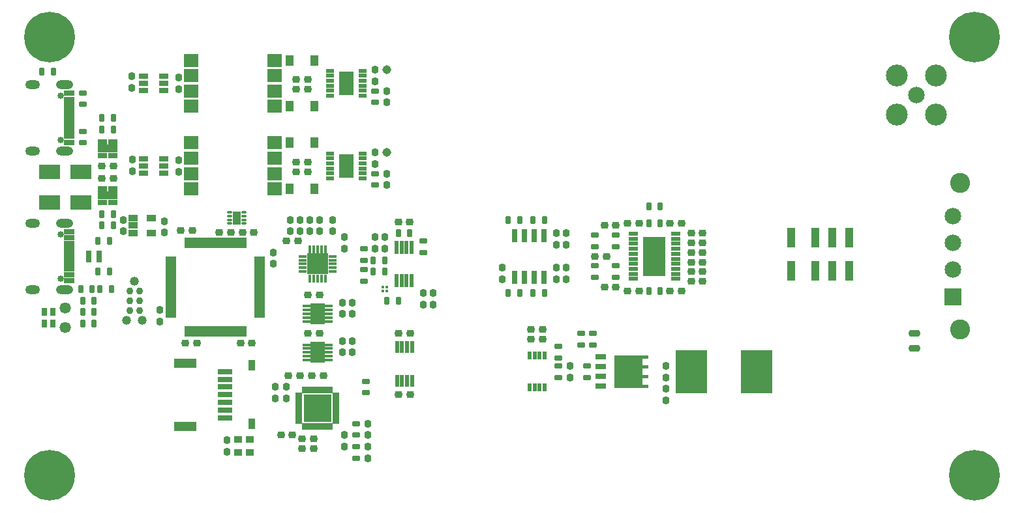
<source format=gbr>
%FSLAX46Y46*%
%MOMM*%
%AMPS69*
21,1,1.040000,1.740000,0.000000,0.000000,180.000000*
%
%ADD69PS69*%
%AMPS35*
1,1,0.390000,0.000000,0.000000*
%
%ADD35PS35*%
%AMPS54*
1,1,2.140000,0.000000,0.000000*
%
%ADD54PS54*%
%AMPS53*
1,1,2.840000,0.000000,0.000000*
%
%ADD53PS53*%
%AMPS87*
1,1,2.140000,0.000000,0.000000*
%
%ADD87PS87*%
%AMPS15*
1,1,6.590000,0.000000,0.000000*
%
%ADD15PS15*%
%AMPS84*
21,1,0.640000,1.390000,0.000000,0.000000,270.000000*
%
%ADD84PS84*%
%AMPS46*
21,1,0.740000,1.840000,0.000000,0.000000,90.000000*
%
%ADD46PS46*%
%AMPS33*
21,1,0.590000,1.590000,0.000000,0.000000,0.000000*
%
%ADD33PS33*%
%AMPS32*
21,1,0.590000,1.590000,0.000000,0.000000,180.000000*
%
%ADD32PS32*%
%AMPS75*
21,1,1.040000,0.740000,0.000000,0.000000,270.000000*
%
%ADD75PS75*%
%AMPS51*
21,1,0.490000,0.840000,0.000000,0.000000,0.000000*
%
%ADD51PS51*%
%AMPS48*
21,1,0.490000,0.840000,0.000000,0.000000,90.000000*
%
%ADD48PS48*%
%AMPS49*
21,1,0.490000,0.840000,0.000000,0.000000,180.000000*
%
%ADD49PS49*%
%AMPS52*
21,1,0.490000,0.840000,0.000000,0.000000,270.000000*
%
%ADD52PS52*%
%AMPS56*
21,1,2.782000,2.782000,0.000000,0.000000,270.000000*
%
%ADD56PS56*%
%AMPS31*
21,1,0.790000,0.990000,0.000000,0.000000,270.000000*
%
%ADD31PS31*%
%AMPS77*
21,1,0.572000,1.664000,0.000000,0.000000,0.000000*
%
%ADD77PS77*%
%AMPS76*
21,1,0.572000,1.664000,0.000000,0.000000,180.000000*
%
%ADD76PS76*%
%AMPS55*
21,1,5.640000,4.140000,0.000000,0.000000,90.000000*
%
%ADD55PS55*%
%AMPS13*
21,1,2.640000,1.940000,0.000000,0.000000,180.000000*
%
%ADD13PS13*%
%AMPS45*
21,1,0.740000,0.790000,0.000000,0.000000,90.000000*
%
%ADD45PS45*%
%AMPS27*
21,1,0.740000,0.790000,0.000000,0.000000,270.000000*
%
%ADD27PS27*%
%AMPS25*
21,1,1.050000,1.360000,0.000000,0.000000,0.000000*
%
%ADD25PS25*%
%AMPS72*
21,1,1.050000,1.360000,0.000000,0.000000,180.000000*
%
%ADD72PS72*%
%AMPS40*
21,1,1.740000,1.840000,0.000000,0.000000,90.000000*
%
%ADD40PS40*%
%AMPS39*
21,1,1.740000,1.840000,0.000000,0.000000,270.000000*
%
%ADD39PS39*%
%AMPS71*
21,1,0.560000,1.029000,0.000000,0.000000,0.000000*
%
%ADD71PS71*%
%AMPS42*
21,1,0.560000,1.029000,0.000000,0.000000,90.000000*
%
%ADD42PS42*%
%AMPS70*
21,1,0.560000,1.029000,0.000000,0.000000,180.000000*
%
%ADD70PS70*%
%AMPS41*
21,1,0.560000,1.029000,0.000000,0.000000,270.000000*
%
%ADD41PS41*%
%AMPS59*
21,1,0.900000,1.410000,0.000000,0.000000,180.000000*
%
%ADD59PS59*%
%AMPS22*
21,1,0.440000,0.640000,0.000000,0.000000,90.000000*
%
%ADD22PS22*%
%AMPS21*
21,1,0.440000,0.640000,0.000000,0.000000,270.000000*
%
%ADD21PS21*%
%AMPS28*
21,1,0.390000,0.740000,0.000000,0.000000,0.000000*
%
%ADD28PS28*%
%AMPS29*
21,1,0.390000,0.740000,0.000000,0.000000,180.000000*
%
%ADD29PS29*%
%AMPS19*
21,1,1.893000,2.629000,0.000000,0.000000,0.000000*
%
%ADD19PS19*%
%AMPS44*
21,1,0.440000,2.540000,0.000000,0.000000,90.000000*
%
%ADD44PS44*%
%AMPS26*
21,1,0.440000,2.540000,0.000000,0.000000,270.000000*
%
%ADD26PS26*%
%AMPS50*
21,1,3.640000,3.640000,0.000000,0.000000,90.000000*
%
%ADD50PS50*%
%AMPS47*
21,1,1.140000,2.940000,0.000000,0.000000,90.000000*
%
%ADD47PS47*%
%AMPS89*
21,1,0.590000,1.190000,0.000000,0.000000,90.000000*
%
%ADD89PS89*%
%AMPS90*
21,1,0.590000,1.190000,0.000000,0.000000,270.000000*
%
%ADD90PS90*%
%AMPS63*
21,1,0.740000,1.280000,0.000000,0.000000,270.000000*
%
%ADD63PS63*%
%AMPS80*
21,1,0.440000,1.340000,0.000000,0.000000,0.000000*
%
%ADD80PS80*%
%AMPS82*
21,1,0.440000,1.340000,0.000000,0.000000,90.000000*
%
%ADD82PS82*%
%AMPS83*
21,1,0.440000,1.340000,0.000000,0.000000,180.000000*
%
%ADD83PS83*%
%AMPS81*
21,1,0.440000,1.340000,0.000000,0.000000,270.000000*
%
%ADD81PS81*%
%AMPS58*
21,1,0.394000,0.953000,0.000000,0.000000,0.000000*
%
%ADD58PS58*%
%AMPS17*
21,1,0.394000,0.953000,0.000000,0.000000,90.000000*
%
%ADD17PS17*%
%AMPS57*
21,1,0.394000,0.953000,0.000000,0.000000,180.000000*
%
%ADD57PS57*%
%AMPS18*
21,1,0.394000,0.953000,0.000000,0.000000,270.000000*
%
%ADD18PS18*%
%AMPS60*
21,1,0.840000,1.140000,0.000000,0.000000,270.000000*
%
%ADD60PS60*%
%AMPS61*
21,1,0.440000,1.280000,0.000000,0.000000,270.000000*
%
%ADD61PS61*%
%AMPS66*
21,1,0.940000,2.490000,0.000000,0.000000,0.000000*
%
%ADD66PS66*%
%AMPS78*
21,1,0.740000,1.690000,0.000000,0.000000,0.000000*
%
%ADD78PS78*%
%AMPS79*
21,1,0.740000,1.690000,0.000000,0.000000,180.000000*
%
%ADD79PS79*%
%AMPS37*
21,1,0.740000,1.240000,0.000000,0.000000,90.000000*
%
%ADD37PS37*%
%AMPS36*
21,1,0.740000,1.240000,0.000000,0.000000,270.000000*
%
%ADD36PS36*%
%AMPS65*
21,1,1.100000,1.140000,0.000000,0.000000,0.000000*
1,1,1.140000,0.550000,0.000000*
1,1,1.140000,-0.550000,0.000000*
%
%ADD65PS65*%
%AMPS62*
21,1,0.800000,1.140000,0.000000,0.000000,0.000000*
1,1,1.140000,0.400000,0.000000*
1,1,1.140000,-0.400000,0.000000*
%
%ADD62PS62*%
%AMPS38*
1,1,1.470000,0.000000,0.000000*
%
%ADD38PS38*%
%AMPS64*
1,1,0.850000,0.000000,0.000000*
%
%ADD64PS64*%
%AMPS74*
1,1,1.190600,0.000000,0.000000*
%
%ADD74PS74*%
%AMPS88*
1,1,2.600000,0.000000,0.000000*
%
%ADD88PS88*%
%AMPS85*
4,1,16,
-2.220000,2.155000,
2.220000,2.155000,
2.220000,1.655000,
1.410000,1.655000,
1.410000,0.885000,
2.220000,0.885000,
2.220000,0.385000,
1.410000,0.385000,
1.410000,-0.385000,
2.220000,-0.385000,
2.220000,-0.885000,
1.410000,-0.885000,
1.410000,-1.655000,
2.220000,-1.655000,
2.220000,-2.155000,
-2.220000,-2.155000,
-2.220000,2.155000,
0*
%
%ADD85PS85*%
%AMPS24*
1,1,0.500000,-0.220000,0.195000*
1,1,0.500000,0.220000,-0.195000*
1,1,0.500000,0.220000,0.195000*
1,1,0.500000,-0.220000,-0.195000*
21,1,0.940000,0.390000,0.000000,0.000000,0.000000*
21,1,0.440000,0.890000,0.000000,0.000000,0.000000*
%
%ADD24PS24*%
%AMPS10*
1,1,0.500000,-0.195000,-0.220000*
1,1,0.500000,0.195000,0.220000*
1,1,0.500000,-0.195000,0.220000*
1,1,0.500000,0.195000,-0.220000*
21,1,0.940000,0.390000,0.000000,0.000000,90.000000*
21,1,0.440000,0.890000,0.000000,0.000000,90.000000*
%
%ADD10PS10*%
%AMPS12*
1,1,0.500000,0.220000,-0.195000*
1,1,0.500000,-0.220000,0.195000*
1,1,0.500000,-0.220000,-0.195000*
1,1,0.500000,0.220000,0.195000*
21,1,0.940000,0.390000,0.000000,0.000000,180.000000*
21,1,0.440000,0.890000,0.000000,0.000000,180.000000*
%
%ADD12PS12*%
%AMPS30*
1,1,0.500000,0.195000,0.220000*
1,1,0.500000,-0.195000,-0.220000*
1,1,0.500000,0.195000,-0.220000*
1,1,0.500000,-0.195000,0.220000*
21,1,0.940000,0.390000,0.000000,0.000000,270.000000*
21,1,0.440000,0.890000,0.000000,0.000000,270.000000*
%
%ADD30PS30*%
%AMPS11*
1,1,0.380000,-0.130000,0.330000*
1,1,0.380000,0.130000,-0.330000*
1,1,0.380000,0.130000,0.330000*
1,1,0.380000,-0.130000,-0.330000*
21,1,0.640000,0.660000,0.000000,0.000000,0.000000*
21,1,0.260000,1.040000,0.000000,0.000000,0.000000*
%
%ADD11PS11*%
%AMPS23*
1,1,0.380000,-0.330000,-0.130000*
1,1,0.380000,0.330000,0.130000*
1,1,0.380000,-0.330000,0.130000*
1,1,0.380000,0.330000,-0.130000*
21,1,0.640000,0.660000,0.000000,0.000000,90.000000*
21,1,0.260000,1.040000,0.000000,0.000000,90.000000*
%
%ADD23PS23*%
%AMPS20*
1,1,0.380000,0.130000,-0.330000*
1,1,0.380000,-0.130000,0.330000*
1,1,0.380000,-0.130000,-0.330000*
1,1,0.380000,0.130000,0.330000*
21,1,0.640000,0.660000,0.000000,0.000000,180.000000*
21,1,0.260000,1.040000,0.000000,0.000000,180.000000*
%
%ADD20PS20*%
%AMPS14*
1,1,0.380000,0.330000,0.130000*
1,1,0.380000,-0.330000,-0.130000*
1,1,0.380000,0.330000,-0.130000*
1,1,0.380000,-0.330000,0.130000*
21,1,0.640000,0.660000,0.000000,0.000000,270.000000*
21,1,0.260000,1.040000,0.000000,0.000000,270.000000*
%
%ADD14PS14*%
%AMPS67*
1,1,0.240000,-0.200000,-0.075000*
1,1,0.240000,0.200000,0.075000*
1,1,0.240000,-0.200000,0.075000*
1,1,0.240000,0.200000,-0.075000*
21,1,0.390000,0.400000,0.000000,0.000000,90.000000*
21,1,0.150000,0.640000,0.000000,0.000000,90.000000*
%
%ADD67PS67*%
%AMPS68*
1,1,0.240000,0.200000,0.075000*
1,1,0.240000,-0.200000,-0.075000*
1,1,0.240000,0.200000,-0.075000*
1,1,0.240000,-0.200000,0.075000*
21,1,0.390000,0.400000,0.000000,0.000000,270.000000*
21,1,0.150000,0.640000,0.000000,0.000000,270.000000*
%
%ADD68PS68*%
%AMPS16*
1,1,0.480000,0.480000,0.180000*
1,1,0.480000,-0.480000,-0.180000*
1,1,0.480000,0.480000,-0.180000*
1,1,0.480000,-0.480000,0.180000*
21,1,0.840000,0.960000,0.000000,0.000000,270.000000*
21,1,0.360000,1.440000,0.000000,0.000000,270.000000*
%
%ADD16PS16*%
%AMPS86*
21,1,2.140000,2.140000,0.000000,0.000000,90.000000*
%
%ADD86PS86*%
%AMPS91*
21,1,2.940000,5.150000,0.000000,0.000000,0.000000*
%
%ADD91PS91*%
%AMPS43*
21,1,1.851000,3.045000,0.000000,0.000000,0.000000*
%
%ADD43PS43*%
%AMPS34*
1,1,1.140000,0.000000,0.000000*
%
%ADD34PS34*%
%AMPS73*
1,1,0.927400,0.000000,0.000000*
%
%ADD73PS73*%
G01*
%LPD*%
G01*
%LPD*%
G75*
D10*
X38500000Y4750000D03*
D10*
X38500000Y3250000D03*
D11*
X9750000Y-2000000D03*
D11*
X11250000Y-2000000D03*
D11*
X66250000Y4750000D03*
D11*
X67750000Y4750000D03*
D12*
X34500000Y-15500000D03*
D12*
X36000000Y-15500000D03*
D13*
X3500000Y7000000D03*
D13*
X7500000Y7000000D03*
D12*
X75500000Y4000000D03*
D12*
X77000000Y4000000D03*
D14*
X52000000Y2000000D03*
D14*
X52000000Y500000D03*
D11*
X9750000Y2000000D03*
D11*
X11250000Y2000000D03*
D15*
X3499999Y-28500000D03*
D11*
X7750000Y-7250000D03*
D11*
X9250000Y-7250000D03*
D16*
X115750000Y-10050000D03*
D16*
X115750000Y-11950000D03*
D17*
X39698000Y-8000000D03*
D18*
X36802000Y-7500000D03*
D18*
X36802000Y-6500000D03*
D19*
X38250000Y-7500000D03*
D17*
X39698000Y-8500000D03*
D18*
X36802000Y-7000000D03*
D18*
X36802000Y-8500000D03*
D17*
X39698000Y-6500000D03*
D17*
X39698000Y-7000000D03*
D17*
X39698000Y-7500000D03*
D18*
X36802000Y-8000000D03*
D14*
X72500000Y-10000000D03*
D14*
X72500000Y-11500000D03*
D20*
X82750000Y6500000D03*
D20*
X81250000Y6500000D03*
D11*
X7500000Y-4250000D03*
D11*
X9000000Y-4250000D03*
D21*
X8550000Y0D03*
D22*
X9950000Y-500000D03*
D21*
X8550000Y-500000D03*
D21*
X8550000Y500000D03*
D22*
X9950000Y0D03*
D22*
X9950000Y500000D03*
D23*
X43250000Y-26250000D03*
D23*
X43250000Y-24750000D03*
D24*
X50285710Y-18000000D03*
D24*
X48785710Y-18000000D03*
D24*
X50250000Y4500000D03*
D24*
X48750000Y4500000D03*
D14*
X44250000Y-1750000D03*
D14*
X44250000Y-3250000D03*
D25*
X34615000Y14750000D03*
D25*
X37885000Y14750000D03*
D24*
X39000000Y-15500000D03*
D24*
X37500000Y-15500000D03*
D20*
X11750000Y5500000D03*
D20*
X10250000Y5500000D03*
D23*
X77000000Y-2750000D03*
D23*
X77000000Y-1250000D03*
D26*
X11000000Y13750000D03*
D27*
X11875000Y13100000D03*
D27*
X11875000Y14900000D03*
D26*
X11000000Y14250000D03*
D28*
X10775000Y13100000D03*
D28*
X11225000Y13100000D03*
D27*
X10125000Y14900000D03*
D29*
X10775000Y14900000D03*
D29*
X11225000Y14900000D03*
D27*
X10125000Y13100000D03*
D30*
X45750000Y22750000D03*
D30*
X45750000Y24250000D03*
D10*
X34750000Y4750000D03*
D10*
X34750000Y3250000D03*
D31*
X27937500Y-25487500D03*
D31*
X29487500Y-25487500D03*
D31*
X29487500Y-23837500D03*
D31*
X27937500Y-23837500D03*
D23*
X7750000Y19750000D03*
D23*
X7750000Y21250000D03*
D30*
X18414048Y3080692D03*
D30*
X18414048Y4580692D03*
D24*
X80000000Y-4500000D03*
D24*
X78500000Y-4500000D03*
D32*
X48560710Y-11800000D03*
D33*
X49210710Y-16200000D03*
D33*
X48560710Y-16200000D03*
D33*
X50510710Y-16200000D03*
D32*
X49210710Y-11800000D03*
D33*
X49860710Y-16200000D03*
D32*
X49860710Y-11800000D03*
D32*
X50510710Y-11800000D03*
D11*
X63000000Y4750000D03*
D11*
X64500000Y4750000D03*
D34*
X47250000Y13500000D03*
D20*
X47000000Y-500000D03*
D20*
X45500000Y-500000D03*
D11*
X10000000Y-4250000D03*
D11*
X11500000Y-4250000D03*
D10*
X17750000Y-7000000D03*
D10*
X17750000Y-8500000D03*
D23*
X45750000Y20000000D03*
D23*
X45750000Y21500000D03*
D10*
X37250000Y4750000D03*
D10*
X37250000Y3250000D03*
D14*
X74000000Y-10000000D03*
D14*
X74000000Y-11500000D03*
D24*
X38500000Y-10000000D03*
D24*
X37000000Y-10000000D03*
D30*
X62250000Y-3000000D03*
D30*
X62250000Y-1500000D03*
D10*
X41750000Y2500000D03*
D10*
X41750000Y1000000D03*
D35*
X46750000Y-4000000D03*
D35*
X47250000Y-4500000D03*
D35*
X47250000Y-4000000D03*
D35*
X46750000Y-4500000D03*
D36*
X15700000Y12700000D03*
D37*
X18300000Y11750000D03*
D37*
X18300000Y12700000D03*
D36*
X15700000Y10800000D03*
D37*
X18300000Y10800000D03*
D36*
X15700000Y11750000D03*
D38*
X5500000Y-6730000D03*
D38*
X5500000Y-9270000D03*
D24*
X67500000Y-10750000D03*
D24*
X66000000Y-10750000D03*
D39*
X21850000Y19500000D03*
D39*
X21850000Y23500000D03*
D40*
X32650000Y21500000D03*
D39*
X21850000Y21500000D03*
D40*
X32650000Y25500000D03*
D39*
X21850000Y25500000D03*
D40*
X32650000Y23500000D03*
D40*
X32650000Y19500000D03*
D10*
X47000000Y2500000D03*
D10*
X47000000Y1000000D03*
D10*
X69250000Y3000000D03*
D10*
X69250000Y1500000D03*
D10*
X41500000Y-11000000D03*
D10*
X41500000Y-12500000D03*
D36*
X15700000Y23450000D03*
D37*
X18300000Y22500000D03*
D37*
X18300000Y23450000D03*
D36*
X15700000Y21550000D03*
D37*
X18300000Y21550000D03*
D36*
X15700000Y22500000D03*
D24*
X88250000Y-750000D03*
D24*
X86750000Y-750000D03*
D23*
X69500000Y-15750000D03*
D23*
X69500000Y-14250000D03*
D14*
X7750000Y16250000D03*
D14*
X7750000Y14750000D03*
D12*
X48785710Y-10000000D03*
D12*
X50285710Y-10000000D03*
D41*
X39893000Y11425000D03*
D42*
X44107000Y11425000D03*
D41*
X39893000Y12075000D03*
D41*
X39893000Y13375000D03*
D41*
X39893000Y10775000D03*
D42*
X44107000Y10775000D03*
D42*
X44107000Y13375000D03*
D42*
X44107000Y12725000D03*
D42*
X44107000Y12075000D03*
D41*
X39893000Y12725000D03*
D42*
X44107000Y10125000D03*
D41*
X39893000Y10125000D03*
D43*
X42000000Y11750000D03*
D20*
X48750000Y-5750000D03*
D20*
X47250000Y-5750000D03*
D41*
X39893000Y22175000D03*
D42*
X44107000Y22175000D03*
D41*
X39893000Y22825000D03*
D41*
X39893000Y24125000D03*
D41*
X39893000Y21525000D03*
D42*
X44107000Y21525000D03*
D42*
X44107000Y24125000D03*
D42*
X44107000Y23475000D03*
D42*
X44107000Y22825000D03*
D41*
X39893000Y23475000D03*
D42*
X44107000Y20875000D03*
D41*
X39893000Y20875000D03*
D43*
X42000000Y22500000D03*
D11*
X7750000Y-5750000D03*
D11*
X9250000Y-5750000D03*
D44*
X11013543Y8153055D03*
D45*
X10138543Y8803055D03*
D45*
X10138543Y7003055D03*
D44*
X11013543Y7653055D03*
D29*
X11238543Y8803055D03*
D29*
X10788543Y8803055D03*
D45*
X11888543Y7003055D03*
D28*
X11238543Y7003055D03*
D28*
X10788543Y7003055D03*
D45*
X11888543Y8803055D03*
D46*
X26250000Y-21000000D03*
D46*
X26250000Y-17000000D03*
D47*
X21100000Y-22100000D03*
D46*
X26250000Y-20000000D03*
D46*
X26250000Y-15000000D03*
D46*
X26250000Y-19000000D03*
D47*
X21100000Y-13900000D03*
D46*
X26250000Y-18000000D03*
D46*
X26250000Y-16000000D03*
D11*
X63000000Y-4750000D03*
D11*
X64500000Y-4750000D03*
D34*
X47250000Y24250000D03*
D23*
X44500000Y-17750000D03*
D23*
X44500000Y-16250000D03*
D10*
X47250000Y10750000D03*
D10*
X47250000Y9250000D03*
D10*
X36000000Y4750000D03*
D10*
X36000000Y3250000D03*
D48*
X40650000Y-21000000D03*
D49*
X39500000Y-17350000D03*
D50*
X38250000Y-19750000D03*
D51*
X39500000Y-22150000D03*
D49*
X39000000Y-17350000D03*
D52*
X35850000Y-20000000D03*
D51*
X37500000Y-22150000D03*
D49*
X40000000Y-17350000D03*
D51*
X38000000Y-22150000D03*
D52*
X35850000Y-21500000D03*
D48*
X40650000Y-21500000D03*
D52*
X35850000Y-19000000D03*
D51*
X38500000Y-22150000D03*
D52*
X35850000Y-21000000D03*
D49*
X37000000Y-17350000D03*
D52*
X35850000Y-18000000D03*
D48*
X40650000Y-18000000D03*
D48*
X40650000Y-19500000D03*
D52*
X35850000Y-20500000D03*
D48*
X40650000Y-18500000D03*
D49*
X37500000Y-17350000D03*
D51*
X39000000Y-22150000D03*
D48*
X40650000Y-20500000D03*
D51*
X36500000Y-22150000D03*
D48*
X40650000Y-19000000D03*
D51*
X37000000Y-22150000D03*
D52*
X35850000Y-18500000D03*
D52*
X35850000Y-19500000D03*
D49*
X36500000Y-17350000D03*
D49*
X38000000Y-17350000D03*
D51*
X40000000Y-22150000D03*
D48*
X40650000Y-20000000D03*
D49*
X38500000Y-17350000D03*
D11*
X2500000Y24000000D03*
D11*
X4000000Y24000000D03*
D11*
X10250000Y16500000D03*
D11*
X11750000Y16500000D03*
D24*
X38500000Y-5000000D03*
D24*
X37000000Y-5000000D03*
D24*
X37750000Y-23750000D03*
D24*
X36250000Y-23750000D03*
D12*
X34250000Y2000000D03*
D12*
X35750000Y2000000D03*
D53*
X118540000Y18460000D03*
D53*
X113460000Y23540000D03*
D53*
X113460000Y18460000D03*
D53*
X118540000Y23540000D03*
D54*
X116000000Y21000000D03*
D25*
X34615000Y8750000D03*
D25*
X37885000Y8750000D03*
D24*
X37000000Y11000000D03*
D24*
X35500000Y11000000D03*
D55*
X86750000Y-15000000D03*
D55*
X95250000Y-15000000D03*
D20*
X47000000Y-2000000D03*
D20*
X45500000Y-2000000D03*
D24*
X37000000Y12250000D03*
D24*
X35500000Y12250000D03*
D11*
X81250000Y-4500000D03*
D11*
X82750000Y-4500000D03*
D24*
X88250000Y-2000000D03*
D24*
X86750000Y-2000000D03*
D10*
X44750000Y-21750000D03*
D10*
X44750000Y-23250000D03*
D15*
X123500000Y28500000D03*
D23*
X44250000Y-500000D03*
D23*
X44250000Y1000000D03*
D10*
X32750000Y-17000000D03*
D10*
X32750000Y-18500000D03*
D10*
X40250000Y4750000D03*
D10*
X40250000Y3250000D03*
D12*
X86750000Y3000000D03*
D12*
X88250000Y3000000D03*
D17*
X40193000Y-2000000D03*
D18*
X36307000Y-1500000D03*
D18*
X36307000Y-500000D03*
D18*
X36307000Y-1000000D03*
D56*
X38250000Y-1000000D03*
D57*
X38250000Y943000D03*
D18*
X36307000Y0D03*
D57*
X37250000Y943000D03*
D58*
X39250000Y-2943000D03*
D17*
X40193000Y-500000D03*
D17*
X40193000Y0D03*
D58*
X38250000Y-2943000D03*
D57*
X37750000Y943000D03*
D17*
X40193000Y-1000000D03*
D18*
X36307000Y-2000000D03*
D58*
X38750000Y-2943000D03*
D58*
X37250000Y-2943000D03*
D58*
X37750000Y-2943000D03*
D57*
X39250000Y943000D03*
D17*
X40193000Y-1500000D03*
D57*
X38750000Y943000D03*
D59*
X29750000Y-14190000D03*
D59*
X29750000Y-21810000D03*
D60*
X14300000Y4000000D03*
D60*
X16700000Y3050000D03*
D60*
X14300000Y4950000D03*
D60*
X16700000Y4950000D03*
D60*
X14300000Y3050000D03*
D61*
X6000000Y18750000D03*
D61*
X6000000Y17750000D03*
D62*
X1250000Y13680000D03*
D61*
X6000000Y16750000D03*
D61*
X6000000Y16250000D03*
D61*
X6000000Y19250000D03*
D63*
X6000000Y21200000D03*
D61*
X6000000Y19750000D03*
D61*
X6000000Y18250000D03*
D64*
X4930000Y15110000D03*
D64*
X4930000Y20890000D03*
D62*
X1250000Y22320000D03*
D63*
X6000000Y14800000D03*
D65*
X5430000Y22320000D03*
D63*
X6000000Y20400000D03*
D65*
X5430000Y13680000D03*
D61*
X6000000Y17250000D03*
D63*
X6000000Y15600000D03*
D11*
X81250000Y4250000D03*
D11*
X82750000Y4250000D03*
D10*
X42750000Y-6000000D03*
D10*
X42750000Y-7500000D03*
D66*
X99700000Y2425000D03*
D66*
X105100000Y2425000D03*
D66*
X99700000Y-1925000D03*
D66*
X107300000Y2425000D03*
D66*
X107300000Y-1925000D03*
D66*
X105100000Y-1925000D03*
D66*
X102900000Y-1925000D03*
D66*
X102900000Y2425000D03*
D67*
X28700000Y4250000D03*
D67*
X28700000Y4750000D03*
D68*
X26800000Y5750000D03*
D68*
X26800000Y5250000D03*
D67*
X28700000Y5250000D03*
D68*
X26800000Y4250000D03*
D67*
X28700000Y5750000D03*
D69*
X27750000Y5000000D03*
D68*
X26800000Y4750000D03*
D30*
X20250000Y21750000D03*
D30*
X20250000Y23250000D03*
D30*
X83500000Y-15750000D03*
D30*
X83500000Y-14250000D03*
D10*
X41500000Y-6000000D03*
D10*
X41500000Y-7500000D03*
D30*
X71000000Y-15750000D03*
D30*
X71000000Y-14250000D03*
D12*
X28250000Y-11250000D03*
D12*
X29750000Y-11250000D03*
D70*
X67725000Y-12925000D03*
D70*
X65775000Y-12925000D03*
D71*
X67075000Y-17075000D03*
D70*
X67075000Y-12925000D03*
D71*
X65775000Y-17075000D03*
D71*
X67725000Y-17075000D03*
D71*
X66425000Y-17075000D03*
D70*
X66425000Y-12925000D03*
D30*
X20250000Y11000000D03*
D30*
X20250000Y12500000D03*
D24*
X22624997Y-11249999D03*
D24*
X21124997Y-11249999D03*
D12*
X35500000Y21750000D03*
D12*
X37000000Y21750000D03*
D10*
X34250000Y-17000000D03*
D10*
X34250000Y-18500000D03*
D72*
X37885000Y25500000D03*
D72*
X34615000Y25500000D03*
D73*
X13865000Y-7020000D03*
D73*
X13865000Y-4480000D03*
D74*
X15516000Y-8290000D03*
D73*
X15135000Y-4480000D03*
D73*
X15135000Y-5750000D03*
D73*
X13865000Y-5750000D03*
D73*
X15135000Y-7020000D03*
D74*
X13484000Y-8290000D03*
D74*
X14500000Y-3210000D03*
D75*
X2825000Y-7250000D03*
D75*
X3925000Y-8750000D03*
D75*
X2825000Y-8750000D03*
D75*
X3925000Y-7250000D03*
D30*
X47250000Y20000000D03*
D30*
X47250000Y21500000D03*
D12*
X84000000Y4250000D03*
D12*
X85500000Y4250000D03*
D10*
X53250000Y-4750000D03*
D10*
X53250000Y-6250000D03*
D10*
X14187499Y12562497D03*
D10*
X14187499Y11062497D03*
D76*
X50475000Y1171500D03*
D76*
X49175000Y1171500D03*
D76*
X49825000Y1171500D03*
D76*
X48525000Y1171500D03*
D77*
X48525000Y-3171500D03*
D77*
X49825000Y-3171500D03*
D77*
X49175000Y-3171500D03*
D77*
X50475000Y-3171500D03*
D17*
X39698000Y-13000000D03*
D18*
X36802000Y-12500000D03*
D18*
X36802000Y-11500000D03*
D19*
X38250000Y-12500000D03*
D17*
X39698000Y-13500000D03*
D18*
X36802000Y-12000000D03*
D18*
X36802000Y-13500000D03*
D17*
X39698000Y-11500000D03*
D17*
X39698000Y-12000000D03*
D17*
X39698000Y-12500000D03*
D18*
X36802000Y-13000000D03*
D10*
X42750000Y-11000000D03*
D10*
X42750000Y-12500000D03*
D10*
X41750000Y-23250000D03*
D10*
X41750000Y-24750000D03*
D11*
X66250000Y-4750000D03*
D11*
X67750000Y-4750000D03*
D24*
X67500000Y-9500000D03*
D24*
X66000000Y-9500000D03*
D14*
X45750000Y10750000D03*
D14*
X45750000Y9250000D03*
D20*
X11750000Y4000000D03*
D20*
X10250000Y4000000D03*
D12*
X28500000Y3125000D03*
D12*
X30000000Y3125000D03*
D12*
X86750000Y-3250000D03*
D12*
X88250000Y-3250000D03*
D24*
X85500000Y-4500000D03*
D24*
X84000000Y-4500000D03*
D30*
X70500000Y-3000000D03*
D30*
X70500000Y-1500000D03*
D10*
X45750000Y13500000D03*
D10*
X45750000Y12000000D03*
D30*
X44750000Y-26250000D03*
D30*
X44750000Y-24750000D03*
D78*
X63845000Y-2700000D03*
D78*
X66385000Y-2700000D03*
D79*
X66385000Y2700000D03*
D78*
X67655000Y-2700000D03*
D79*
X63845000Y2700000D03*
D79*
X67655000Y2700000D03*
D79*
X65115000Y2700000D03*
D78*
X65115000Y-2700000D03*
D39*
X21850000Y8750000D03*
D39*
X21850000Y12750000D03*
D40*
X32650000Y10750000D03*
D39*
X21850000Y10750000D03*
D40*
X32650000Y14750000D03*
D39*
X21850000Y14750000D03*
D40*
X32650000Y12750000D03*
D40*
X32650000Y8750000D03*
D12*
X10263543Y10153055D03*
D12*
X11763543Y10153055D03*
D15*
X123500000Y-28500000D03*
D23*
X77000000Y1250000D03*
D23*
X77000000Y2750000D03*
D10*
X14150001Y23399997D03*
D10*
X14150001Y21899997D03*
D20*
X50250000Y3000000D03*
D20*
X48750000Y3000000D03*
D12*
X10250000Y11750000D03*
D12*
X11750000Y11750000D03*
D24*
X22000000Y3350000D03*
D24*
X20500000Y3350000D03*
D10*
X69250000Y-1500000D03*
D10*
X69250000Y-3000000D03*
D23*
X69500000Y-13250000D03*
D23*
X69500000Y-11750000D03*
D12*
X33491170Y-23235630D03*
D12*
X34991170Y-23235630D03*
D14*
X74250000Y2750000D03*
D14*
X74250000Y1250000D03*
D72*
X37885000Y19500000D03*
D72*
X34615000Y19500000D03*
D24*
X77000000Y-4000000D03*
D24*
X75500000Y-4000000D03*
D13*
X3500000Y11000000D03*
D13*
X7500000Y11000000D03*
D30*
X26462500Y-25412500D03*
D30*
X26462500Y-23912500D03*
D24*
X37750000Y-25000000D03*
D24*
X36250000Y-25000000D03*
D80*
X23750000Y-9750000D03*
D81*
X19250000Y-2750000D03*
D81*
X19250000Y-6750000D03*
D82*
X30750000Y-4250000D03*
D81*
X19250000Y-5250000D03*
D83*
X28250000Y1750000D03*
D83*
X27750000Y1750000D03*
D82*
X30750000Y-2250000D03*
D83*
X25750000Y1750000D03*
D83*
X21250000Y1750000D03*
D81*
X19250000Y-7750000D03*
D81*
X19250000Y-4750000D03*
D83*
X26250000Y1750000D03*
D81*
X19250000Y-4250000D03*
D83*
X22250000Y1750000D03*
D80*
X27750000Y-9750000D03*
D82*
X30750000Y-3750000D03*
D80*
X28750000Y-9750000D03*
D80*
X22750000Y-9750000D03*
D83*
X23750000Y1750000D03*
D83*
X25250000Y1750000D03*
D82*
X30750000Y-5750000D03*
D82*
X30750000Y-5250000D03*
D83*
X28750000Y1750000D03*
D81*
X19250000Y-3750000D03*
D80*
X22250000Y-9750000D03*
D80*
X23250000Y-9750000D03*
D81*
X19250000Y-5750000D03*
D81*
X19250000Y-7250000D03*
D80*
X25250000Y-9750000D03*
D80*
X26250000Y-9750000D03*
D81*
X19250000Y-1250000D03*
D82*
X30750000Y-4750000D03*
D80*
X24750000Y-9750000D03*
D83*
X24250000Y1750000D03*
D81*
X19250000Y-250000D03*
D81*
X19250000Y-3250000D03*
D80*
X26750000Y-9750000D03*
D83*
X26750000Y1750000D03*
D80*
X21750000Y-9750000D03*
D80*
X27250000Y-9750000D03*
D83*
X23250000Y1750000D03*
D81*
X19250000Y-2250000D03*
D83*
X27250000Y1750000D03*
D82*
X30750000Y-7750000D03*
D81*
X19250000Y-1750000D03*
D80*
X25750000Y-9750000D03*
D80*
X24250000Y-9750000D03*
D82*
X30750000Y-1750000D03*
D82*
X30750000Y-1250000D03*
D82*
X30750000Y-6750000D03*
D80*
X28250000Y-9750000D03*
D83*
X21750000Y1750000D03*
D81*
X19250000Y-750000D03*
D82*
X30750000Y-250000D03*
D80*
X21250000Y-9750000D03*
D82*
X30750000Y-750000D03*
D82*
X30750000Y-7250000D03*
D81*
X19250000Y-6250000D03*
D82*
X30750000Y-3250000D03*
D83*
X22750000Y1750000D03*
D83*
X24750000Y1750000D03*
D82*
X30750000Y-2750000D03*
D82*
X30750000Y-6250000D03*
D24*
X75750000Y0D03*
D24*
X74250000Y0D03*
D10*
X52000000Y-4750000D03*
D10*
X52000000Y-6250000D03*
D30*
X83500000Y-18750000D03*
D30*
X83500000Y-17250000D03*
D10*
X45750000Y2500000D03*
D10*
X45750000Y1000000D03*
D11*
X7750000Y-8750000D03*
D11*
X9250000Y-8750000D03*
D23*
X43250000Y-23250000D03*
D23*
X43250000Y-21750000D03*
D30*
X70500000Y1500000D03*
D30*
X70500000Y3000000D03*
D24*
X27000000Y3125000D03*
D24*
X25500000Y3125000D03*
D11*
X10250000Y18000000D03*
D11*
X11750000Y18000000D03*
D24*
X80000000Y4250000D03*
D24*
X78500000Y4250000D03*
D84*
X75050000Y-16910000D03*
D85*
X79000000Y-15000000D03*
D84*
X75050000Y-14360000D03*
D84*
X75050000Y-15640000D03*
D84*
X75050000Y-13090000D03*
D14*
X74250000Y-1250000D03*
D14*
X74250000Y-2750000D03*
D24*
X88250000Y1750000D03*
D24*
X86750000Y1750000D03*
D61*
X6000000Y750000D03*
D61*
X6000000Y-250000D03*
D62*
X1250000Y-4320000D03*
D61*
X6000000Y-1250000D03*
D61*
X6000000Y-1750000D03*
D61*
X6000000Y1250000D03*
D63*
X6000000Y3200000D03*
D61*
X6000000Y1750000D03*
D61*
X6000000Y250000D03*
D64*
X4930000Y-2890000D03*
D64*
X4930000Y2890000D03*
D62*
X1250000Y4320000D03*
D63*
X6000000Y-3200000D03*
D65*
X5430000Y4320000D03*
D63*
X6000000Y2400000D03*
D65*
X5430000Y-4320000D03*
D61*
X6000000Y-750000D03*
D63*
X6000000Y-2400000D03*
D15*
X3500000Y28500000D03*
D30*
X32500000Y-1000000D03*
D30*
X32500000Y500000D03*
D86*
X120750000Y-5250000D03*
D87*
X120750000Y-1750000D03*
D88*
X121650000Y-9550000D03*
D88*
X121650000Y9550000D03*
D87*
X120750000Y1750000D03*
D87*
X120750000Y5250000D03*
D30*
X13000000Y3250000D03*
D30*
X13000000Y4750000D03*
D12*
X86750000Y500000D03*
D12*
X88250000Y500000D03*
D14*
X73250000Y-14250000D03*
D14*
X73250000Y-15750000D03*
D12*
X35500000Y23000000D03*
D12*
X37000000Y23000000D03*
D89*
X84775000Y1625000D03*
D90*
X79225000Y1625000D03*
D90*
X79225000Y325000D03*
D89*
X84775000Y-975000D03*
D90*
X79225000Y2275000D03*
D90*
X79225000Y-975000D03*
D89*
X84775000Y-1625000D03*
D89*
X84775000Y-2925000D03*
D89*
X84775000Y325000D03*
D91*
X82000000Y0D03*
D89*
X84775000Y-325000D03*
D90*
X79225000Y975000D03*
D90*
X79225000Y-2925000D03*
D90*
X79225000Y-2275000D03*
D89*
X84775000Y2275000D03*
D89*
X84775000Y975000D03*
D90*
X79225000Y2925000D03*
D90*
X79225000Y-325000D03*
D90*
X79225000Y-1625000D03*
D89*
X84775000Y2925000D03*
D89*
X84775000Y-2275000D03*
M02*

</source>
